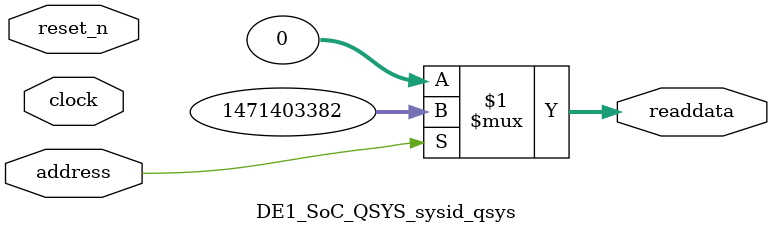
<source format=v>



// synthesis translate_off
`timescale 1ns / 1ps
// synthesis translate_on

// turn off superfluous verilog processor warnings 
// altera message_level Level1 
// altera message_off 10034 10035 10036 10037 10230 10240 10030 

module DE1_SoC_QSYS_sysid_qsys (
               // inputs:
                address,
                clock,
                reset_n,

               // outputs:
                readdata
             )
;

  output  [ 31: 0] readdata;
  input            address;
  input            clock;
  input            reset_n;

  wire    [ 31: 0] readdata;
  //control_slave, which is an e_avalon_slave
  assign readdata = address ? 1471403382 : 0;

endmodule



</source>
